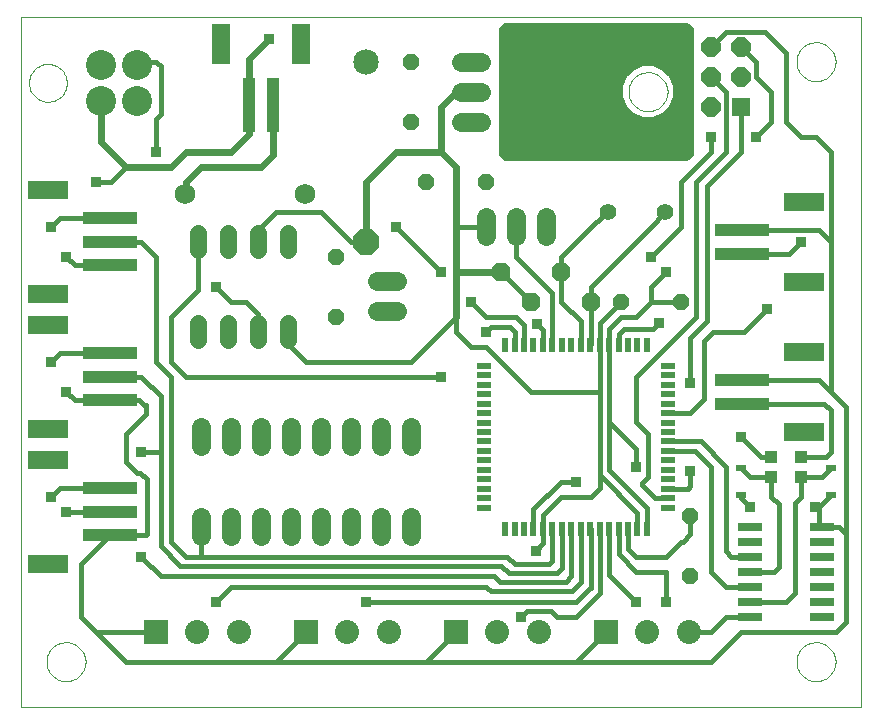
<source format=gtl>
G75*
G70*
%OFA0B0*%
%FSLAX24Y24*%
%IPPOS*%
%LPD*%
%AMOC8*
5,1,8,0,0,1.08239X$1,22.5*
%
%ADD10C,0.0000*%
%ADD11C,0.0560*%
%ADD12OC8,0.0630*%
%ADD13C,0.0680*%
%ADD14R,0.0220X0.0470*%
%ADD15R,0.0470X0.0220*%
%ADD16C,0.0560*%
%ADD17C,0.1000*%
%ADD18C,0.0640*%
%ADD19R,0.0640X0.0640*%
%ADD20OC8,0.0640*%
%ADD21C,0.0850*%
%ADD22OC8,0.0850*%
%ADD23OC8,0.0560*%
%ADD24R,0.0800X0.0800*%
%ADD25C,0.0800*%
%ADD26C,0.0622*%
%ADD27R,0.0800X0.0260*%
%ADD28R,0.0433X0.0394*%
%ADD29R,0.0327X0.0248*%
%ADD30R,0.0394X0.1811*%
%ADD31R,0.0630X0.1339*%
%ADD32R,0.1811X0.0394*%
%ADD33R,0.1339X0.0630*%
%ADD34C,0.0160*%
%ADD35R,0.0360X0.0360*%
%ADD36C,0.0240*%
%ADD37C,0.0120*%
D10*
X000101Y000343D02*
X000101Y023343D01*
X028101Y023343D01*
X028101Y000343D01*
X000101Y000343D01*
X000951Y001843D02*
X000953Y001893D01*
X000959Y001943D01*
X000969Y001993D01*
X000982Y002041D01*
X000999Y002089D01*
X001020Y002135D01*
X001044Y002179D01*
X001072Y002221D01*
X001103Y002261D01*
X001137Y002298D01*
X001174Y002333D01*
X001213Y002364D01*
X001254Y002393D01*
X001298Y002418D01*
X001344Y002440D01*
X001391Y002458D01*
X001439Y002472D01*
X001488Y002483D01*
X001538Y002490D01*
X001588Y002493D01*
X001639Y002492D01*
X001689Y002487D01*
X001739Y002478D01*
X001787Y002466D01*
X001835Y002449D01*
X001881Y002429D01*
X001926Y002406D01*
X001969Y002379D01*
X002009Y002349D01*
X002047Y002316D01*
X002082Y002280D01*
X002115Y002241D01*
X002144Y002200D01*
X002170Y002157D01*
X002193Y002112D01*
X002212Y002065D01*
X002227Y002017D01*
X002239Y001968D01*
X002247Y001918D01*
X002251Y001868D01*
X002251Y001818D01*
X002247Y001768D01*
X002239Y001718D01*
X002227Y001669D01*
X002212Y001621D01*
X002193Y001574D01*
X002170Y001529D01*
X002144Y001486D01*
X002115Y001445D01*
X002082Y001406D01*
X002047Y001370D01*
X002009Y001337D01*
X001969Y001307D01*
X001926Y001280D01*
X001881Y001257D01*
X001835Y001237D01*
X001787Y001220D01*
X001739Y001208D01*
X001689Y001199D01*
X001639Y001194D01*
X001588Y001193D01*
X001538Y001196D01*
X001488Y001203D01*
X001439Y001214D01*
X001391Y001228D01*
X001344Y001246D01*
X001298Y001268D01*
X001254Y001293D01*
X001213Y001322D01*
X001174Y001353D01*
X001137Y001388D01*
X001103Y001425D01*
X001072Y001465D01*
X001044Y001507D01*
X001020Y001551D01*
X000999Y001597D01*
X000982Y001645D01*
X000969Y001693D01*
X000959Y001743D01*
X000953Y001793D01*
X000951Y001843D01*
X020351Y020843D02*
X020353Y020893D01*
X020359Y020943D01*
X020369Y020993D01*
X020382Y021041D01*
X020399Y021089D01*
X020420Y021135D01*
X020444Y021179D01*
X020472Y021221D01*
X020503Y021261D01*
X020537Y021298D01*
X020574Y021333D01*
X020613Y021364D01*
X020654Y021393D01*
X020698Y021418D01*
X020744Y021440D01*
X020791Y021458D01*
X020839Y021472D01*
X020888Y021483D01*
X020938Y021490D01*
X020988Y021493D01*
X021039Y021492D01*
X021089Y021487D01*
X021139Y021478D01*
X021187Y021466D01*
X021235Y021449D01*
X021281Y021429D01*
X021326Y021406D01*
X021369Y021379D01*
X021409Y021349D01*
X021447Y021316D01*
X021482Y021280D01*
X021515Y021241D01*
X021544Y021200D01*
X021570Y021157D01*
X021593Y021112D01*
X021612Y021065D01*
X021627Y021017D01*
X021639Y020968D01*
X021647Y020918D01*
X021651Y020868D01*
X021651Y020818D01*
X021647Y020768D01*
X021639Y020718D01*
X021627Y020669D01*
X021612Y020621D01*
X021593Y020574D01*
X021570Y020529D01*
X021544Y020486D01*
X021515Y020445D01*
X021482Y020406D01*
X021447Y020370D01*
X021409Y020337D01*
X021369Y020307D01*
X021326Y020280D01*
X021281Y020257D01*
X021235Y020237D01*
X021187Y020220D01*
X021139Y020208D01*
X021089Y020199D01*
X021039Y020194D01*
X020988Y020193D01*
X020938Y020196D01*
X020888Y020203D01*
X020839Y020214D01*
X020791Y020228D01*
X020744Y020246D01*
X020698Y020268D01*
X020654Y020293D01*
X020613Y020322D01*
X020574Y020353D01*
X020537Y020388D01*
X020503Y020425D01*
X020472Y020465D01*
X020444Y020507D01*
X020420Y020551D01*
X020399Y020597D01*
X020382Y020645D01*
X020369Y020693D01*
X020359Y020743D01*
X020353Y020793D01*
X020351Y020843D01*
X025951Y021843D02*
X025953Y021893D01*
X025959Y021943D01*
X025969Y021993D01*
X025982Y022041D01*
X025999Y022089D01*
X026020Y022135D01*
X026044Y022179D01*
X026072Y022221D01*
X026103Y022261D01*
X026137Y022298D01*
X026174Y022333D01*
X026213Y022364D01*
X026254Y022393D01*
X026298Y022418D01*
X026344Y022440D01*
X026391Y022458D01*
X026439Y022472D01*
X026488Y022483D01*
X026538Y022490D01*
X026588Y022493D01*
X026639Y022492D01*
X026689Y022487D01*
X026739Y022478D01*
X026787Y022466D01*
X026835Y022449D01*
X026881Y022429D01*
X026926Y022406D01*
X026969Y022379D01*
X027009Y022349D01*
X027047Y022316D01*
X027082Y022280D01*
X027115Y022241D01*
X027144Y022200D01*
X027170Y022157D01*
X027193Y022112D01*
X027212Y022065D01*
X027227Y022017D01*
X027239Y021968D01*
X027247Y021918D01*
X027251Y021868D01*
X027251Y021818D01*
X027247Y021768D01*
X027239Y021718D01*
X027227Y021669D01*
X027212Y021621D01*
X027193Y021574D01*
X027170Y021529D01*
X027144Y021486D01*
X027115Y021445D01*
X027082Y021406D01*
X027047Y021370D01*
X027009Y021337D01*
X026969Y021307D01*
X026926Y021280D01*
X026881Y021257D01*
X026835Y021237D01*
X026787Y021220D01*
X026739Y021208D01*
X026689Y021199D01*
X026639Y021194D01*
X026588Y021193D01*
X026538Y021196D01*
X026488Y021203D01*
X026439Y021214D01*
X026391Y021228D01*
X026344Y021246D01*
X026298Y021268D01*
X026254Y021293D01*
X026213Y021322D01*
X026174Y021353D01*
X026137Y021388D01*
X026103Y021425D01*
X026072Y021465D01*
X026044Y021507D01*
X026020Y021551D01*
X025999Y021597D01*
X025982Y021645D01*
X025969Y021693D01*
X025959Y021743D01*
X025953Y021793D01*
X025951Y021843D01*
X025951Y001843D02*
X025953Y001893D01*
X025959Y001943D01*
X025969Y001993D01*
X025982Y002041D01*
X025999Y002089D01*
X026020Y002135D01*
X026044Y002179D01*
X026072Y002221D01*
X026103Y002261D01*
X026137Y002298D01*
X026174Y002333D01*
X026213Y002364D01*
X026254Y002393D01*
X026298Y002418D01*
X026344Y002440D01*
X026391Y002458D01*
X026439Y002472D01*
X026488Y002483D01*
X026538Y002490D01*
X026588Y002493D01*
X026639Y002492D01*
X026689Y002487D01*
X026739Y002478D01*
X026787Y002466D01*
X026835Y002449D01*
X026881Y002429D01*
X026926Y002406D01*
X026969Y002379D01*
X027009Y002349D01*
X027047Y002316D01*
X027082Y002280D01*
X027115Y002241D01*
X027144Y002200D01*
X027170Y002157D01*
X027193Y002112D01*
X027212Y002065D01*
X027227Y002017D01*
X027239Y001968D01*
X027247Y001918D01*
X027251Y001868D01*
X027251Y001818D01*
X027247Y001768D01*
X027239Y001718D01*
X027227Y001669D01*
X027212Y001621D01*
X027193Y001574D01*
X027170Y001529D01*
X027144Y001486D01*
X027115Y001445D01*
X027082Y001406D01*
X027047Y001370D01*
X027009Y001337D01*
X026969Y001307D01*
X026926Y001280D01*
X026881Y001257D01*
X026835Y001237D01*
X026787Y001220D01*
X026739Y001208D01*
X026689Y001199D01*
X026639Y001194D01*
X026588Y001193D01*
X026538Y001196D01*
X026488Y001203D01*
X026439Y001214D01*
X026391Y001228D01*
X026344Y001246D01*
X026298Y001268D01*
X026254Y001293D01*
X026213Y001322D01*
X026174Y001353D01*
X026137Y001388D01*
X026103Y001425D01*
X026072Y001465D01*
X026044Y001507D01*
X026020Y001551D01*
X025999Y001597D01*
X025982Y001645D01*
X025969Y001693D01*
X025959Y001743D01*
X025953Y001793D01*
X025951Y001843D01*
X000368Y021140D02*
X000370Y021190D01*
X000376Y021240D01*
X000386Y021289D01*
X000400Y021337D01*
X000417Y021384D01*
X000438Y021429D01*
X000463Y021473D01*
X000491Y021514D01*
X000523Y021553D01*
X000557Y021590D01*
X000594Y021624D01*
X000634Y021654D01*
X000676Y021681D01*
X000720Y021705D01*
X000766Y021726D01*
X000813Y021742D01*
X000861Y021755D01*
X000911Y021764D01*
X000960Y021769D01*
X001011Y021770D01*
X001061Y021767D01*
X001110Y021760D01*
X001159Y021749D01*
X001207Y021734D01*
X001253Y021716D01*
X001298Y021694D01*
X001341Y021668D01*
X001382Y021639D01*
X001421Y021607D01*
X001457Y021572D01*
X001489Y021534D01*
X001519Y021494D01*
X001546Y021451D01*
X001569Y021407D01*
X001588Y021361D01*
X001604Y021313D01*
X001616Y021264D01*
X001624Y021215D01*
X001628Y021165D01*
X001628Y021115D01*
X001624Y021065D01*
X001616Y021016D01*
X001604Y020967D01*
X001588Y020919D01*
X001569Y020873D01*
X001546Y020829D01*
X001519Y020786D01*
X001489Y020746D01*
X001457Y020708D01*
X001421Y020673D01*
X001382Y020641D01*
X001341Y020612D01*
X001298Y020586D01*
X001253Y020564D01*
X001207Y020546D01*
X001159Y020531D01*
X001110Y020520D01*
X001061Y020513D01*
X001011Y020510D01*
X000960Y020511D01*
X000911Y020516D01*
X000861Y020525D01*
X000813Y020538D01*
X000766Y020554D01*
X000720Y020575D01*
X000676Y020599D01*
X000634Y020626D01*
X000594Y020656D01*
X000557Y020690D01*
X000523Y020727D01*
X000491Y020766D01*
X000463Y020807D01*
X000438Y020851D01*
X000417Y020896D01*
X000400Y020943D01*
X000386Y020991D01*
X000376Y021040D01*
X000370Y021090D01*
X000368Y021140D01*
D11*
X019651Y016843D03*
X021551Y016843D03*
D12*
X019101Y013843D03*
X018101Y014843D03*
X017101Y013843D03*
X016101Y014843D03*
D13*
X009551Y017443D03*
X005551Y017443D03*
D14*
X016239Y012414D03*
X016554Y012414D03*
X016869Y012414D03*
X017183Y012414D03*
X017498Y012414D03*
X017813Y012414D03*
X018128Y012414D03*
X018443Y012414D03*
X018758Y012414D03*
X019073Y012414D03*
X019388Y012414D03*
X019703Y012414D03*
X020018Y012414D03*
X020333Y012414D03*
X020648Y012414D03*
X020963Y012414D03*
X020963Y006272D03*
X020648Y006272D03*
X020333Y006272D03*
X020018Y006272D03*
X019703Y006272D03*
X019388Y006272D03*
X019073Y006272D03*
X018758Y006272D03*
X018443Y006272D03*
X018128Y006272D03*
X017813Y006272D03*
X017498Y006272D03*
X017183Y006272D03*
X016869Y006272D03*
X016554Y006272D03*
X016239Y006272D03*
D15*
X015530Y006980D03*
X015530Y007295D03*
X015530Y007610D03*
X015530Y007925D03*
X015530Y008240D03*
X015530Y008555D03*
X015530Y008870D03*
X015530Y009185D03*
X015530Y009500D03*
X015530Y009815D03*
X015530Y010130D03*
X015530Y010445D03*
X015530Y010760D03*
X015530Y011075D03*
X015530Y011390D03*
X015530Y011705D03*
X021672Y011705D03*
X021672Y011390D03*
X021672Y011075D03*
X021672Y010760D03*
X021672Y010445D03*
X021672Y010130D03*
X021672Y009815D03*
X021672Y009500D03*
X021672Y009185D03*
X021672Y008870D03*
X021672Y008555D03*
X021672Y008240D03*
X021672Y007925D03*
X021672Y007610D03*
X021672Y007295D03*
X021672Y006980D03*
D16*
X009001Y012563D02*
X009001Y013123D01*
X008001Y013123D02*
X008001Y012563D01*
X007001Y012563D02*
X007001Y013123D01*
X006001Y013123D02*
X006001Y012563D01*
X006001Y015563D02*
X006001Y016123D01*
X007001Y016123D02*
X007001Y015563D01*
X008001Y015563D02*
X008001Y016123D01*
X009001Y016123D02*
X009001Y015563D01*
D17*
X003951Y020549D03*
X002770Y020549D03*
X002770Y021730D03*
X003951Y021730D03*
D18*
X011981Y014543D02*
X012621Y014543D01*
X012621Y013543D02*
X011981Y013543D01*
X015601Y016023D02*
X015601Y016663D01*
X016601Y016663D02*
X016601Y016023D01*
X017601Y016023D02*
X017601Y016663D01*
X015421Y019843D02*
X014781Y019843D01*
X014781Y020843D02*
X015421Y020843D01*
X015421Y021843D02*
X014781Y021843D01*
D19*
X024101Y020343D03*
D20*
X023101Y020343D03*
X023101Y021343D03*
X024101Y021343D03*
X024101Y022343D03*
X023101Y022343D03*
D21*
X011601Y021843D03*
D22*
X011601Y015843D03*
D23*
X010601Y015343D03*
X010601Y013343D03*
X013601Y017843D03*
X015601Y017843D03*
X013101Y019843D03*
X013101Y021843D03*
X020101Y013843D03*
X022101Y013843D03*
X022401Y006693D03*
X022401Y004693D03*
D24*
X019601Y002843D03*
X014601Y002843D03*
X009601Y002843D03*
X004601Y002843D03*
D25*
X005979Y002843D03*
X007357Y002843D03*
X010979Y002843D03*
X012357Y002843D03*
X015979Y002843D03*
X017357Y002843D03*
X020979Y002843D03*
X022357Y002843D03*
D26*
X013101Y006032D02*
X013101Y006654D01*
X012101Y006654D02*
X012101Y006032D01*
X011101Y006032D02*
X011101Y006654D01*
X010101Y006654D02*
X010101Y006032D01*
X009101Y006032D02*
X009101Y006654D01*
X008101Y006654D02*
X008101Y006032D01*
X007101Y006032D02*
X007101Y006654D01*
X006101Y006654D02*
X006101Y006032D01*
X006101Y009032D02*
X006101Y009654D01*
X007101Y009654D02*
X007101Y009032D01*
X008101Y009032D02*
X008101Y009654D01*
X009101Y009654D02*
X009101Y009032D01*
X010101Y009032D02*
X010101Y009654D01*
X011101Y009654D02*
X011101Y009032D01*
X012101Y009032D02*
X012101Y009654D01*
X013101Y009654D02*
X013101Y009032D01*
D27*
X024391Y006343D03*
X024391Y005843D03*
X024391Y005343D03*
X024391Y004843D03*
X024391Y004343D03*
X024391Y003843D03*
X024391Y003343D03*
X026811Y003343D03*
X026811Y003843D03*
X026811Y004343D03*
X026811Y004843D03*
X026811Y005343D03*
X026811Y005843D03*
X026811Y006343D03*
D28*
X026101Y008008D03*
X026101Y008677D03*
X025101Y008677D03*
X025101Y008008D03*
D29*
X024101Y008295D03*
X024101Y007390D03*
X027101Y007390D03*
X027101Y008295D03*
D30*
X008494Y020386D03*
X007707Y020386D03*
D31*
X006762Y022433D03*
X009439Y022433D03*
D32*
X003057Y016630D03*
X003057Y015843D03*
X003057Y015055D03*
X003057Y012130D03*
X003057Y011343D03*
X003057Y010555D03*
X003057Y007630D03*
X003057Y006843D03*
X003057Y006055D03*
X024144Y010449D03*
X024144Y011236D03*
X024144Y015449D03*
X024144Y016236D03*
D33*
X026191Y017181D03*
X026191Y014504D03*
X026191Y012181D03*
X026191Y009504D03*
X001010Y009610D03*
X001010Y008575D03*
X001010Y005110D03*
X001010Y013075D03*
X001010Y014110D03*
X001010Y017575D03*
D34*
X001388Y016630D02*
X001101Y016343D01*
X001388Y016630D02*
X003057Y016630D01*
X003057Y015843D02*
X004101Y015843D01*
X004601Y015343D01*
X004601Y011843D01*
X005101Y011343D01*
X005101Y005843D01*
X005601Y005343D01*
X006101Y005343D01*
X006101Y006343D01*
X006101Y005343D02*
X016301Y005343D01*
X016551Y005093D01*
X017701Y005093D01*
X017813Y005205D01*
X017813Y006272D01*
X017498Y006272D02*
X017498Y006740D01*
X018101Y007343D01*
X019101Y007343D01*
X019388Y007630D01*
X019388Y008055D01*
X020648Y006795D01*
X020648Y006272D01*
X020333Y006272D02*
X020333Y005610D01*
X020601Y005343D01*
X021601Y005343D01*
X022101Y005843D01*
X022151Y005843D01*
X022401Y006093D01*
X022401Y006693D01*
X021672Y007295D02*
X021248Y007295D01*
X020801Y007743D01*
X020801Y007793D01*
X021001Y007993D01*
X021001Y009443D01*
X020601Y009843D01*
X020601Y011343D01*
X022601Y013343D01*
X022601Y017843D01*
X023601Y018843D01*
X023601Y020843D01*
X023101Y021343D01*
X023101Y022343D02*
X023601Y022843D01*
X024894Y022843D01*
X025601Y022136D01*
X025601Y019843D01*
X026101Y019343D01*
X026601Y019343D01*
X027101Y018843D01*
X027101Y015843D01*
X026707Y016236D01*
X024144Y016236D01*
X024144Y015449D02*
X025707Y015449D01*
X026101Y015843D01*
X027101Y015843D02*
X027101Y010843D01*
X026707Y011236D01*
X024144Y011236D01*
X024144Y010449D02*
X026876Y010449D01*
X027101Y010225D01*
X027101Y008843D01*
X026935Y008677D01*
X026101Y008677D01*
X026101Y008008D02*
X026813Y008008D01*
X027101Y008295D01*
X027101Y007390D02*
X026704Y006993D01*
X026704Y006450D01*
X026811Y006343D01*
X027351Y006343D01*
X027601Y006093D01*
X027601Y010343D01*
X027101Y010843D01*
X025101Y008677D02*
X024766Y008677D01*
X024101Y009343D01*
X024101Y008295D02*
X024388Y008008D01*
X025101Y008008D01*
X025101Y007343D01*
X025351Y007093D01*
X025351Y004993D01*
X025201Y004843D01*
X024391Y004843D01*
X024391Y005343D02*
X023781Y005343D01*
X023601Y005523D01*
X023601Y008343D01*
X022758Y009185D01*
X021672Y009185D01*
X021672Y008870D02*
X022573Y008870D01*
X023101Y008343D01*
X023101Y004843D01*
X023601Y004343D01*
X024391Y004343D01*
X024391Y003843D02*
X025601Y003843D01*
X025901Y004143D01*
X025901Y007143D01*
X026101Y007343D01*
X026101Y008008D01*
X026551Y006993D02*
X026704Y006993D01*
X027601Y006093D02*
X027601Y003163D01*
X027281Y002843D01*
X024101Y002843D01*
X023101Y001843D01*
X018601Y001843D01*
X013601Y001843D01*
X008601Y001843D01*
X003601Y001843D01*
X002601Y002843D01*
X002101Y003343D01*
X002101Y005099D01*
X003057Y006055D01*
X004263Y006055D01*
X004301Y006093D01*
X004301Y007919D01*
X004077Y008143D01*
X003951Y008143D01*
X003601Y008493D01*
X003601Y009443D01*
X004251Y010093D01*
X004251Y010343D01*
X004038Y010555D01*
X003057Y010555D01*
X001888Y010555D01*
X001601Y010843D01*
X001101Y011843D02*
X001388Y012130D01*
X003057Y012130D01*
X003057Y011343D02*
X004101Y011343D01*
X004751Y010693D01*
X004751Y008843D01*
X004101Y008843D01*
X004751Y008843D02*
X004751Y005693D01*
X005401Y005043D01*
X016101Y005043D01*
X016351Y004793D01*
X017951Y004793D01*
X018128Y004970D01*
X018128Y006272D01*
X018443Y006272D02*
X018443Y004685D01*
X018251Y004493D01*
X016051Y004493D01*
X015851Y004693D01*
X004751Y004693D01*
X004101Y005343D01*
X003057Y006843D02*
X001601Y006843D01*
X001101Y007343D02*
X001388Y007630D01*
X003057Y007630D01*
X004251Y010343D02*
X004251Y010393D01*
X005601Y011343D02*
X014101Y011343D01*
X013101Y011843D02*
X014601Y013343D01*
X014601Y012843D01*
X015101Y012343D01*
X015601Y012343D01*
X017101Y010843D01*
X019388Y010843D01*
X019388Y012414D01*
X019388Y013130D01*
X020101Y013843D01*
X020101Y013343D02*
X020601Y013343D01*
X021101Y013843D01*
X021101Y014343D01*
X021601Y014843D01*
X021101Y015343D02*
X022101Y016343D01*
X022101Y017843D01*
X023101Y018843D01*
X023101Y019343D01*
X024101Y018843D02*
X022951Y017693D01*
X022951Y013193D01*
X022401Y012643D01*
X022401Y011143D01*
X022851Y010593D02*
X022851Y012543D01*
X023151Y012843D01*
X024201Y012843D01*
X024951Y013593D01*
X022101Y013843D02*
X021101Y013843D01*
X021351Y013143D02*
X021151Y012943D01*
X020201Y012943D01*
X020018Y012760D01*
X020018Y012414D01*
X019703Y012414D02*
X019703Y009843D01*
X020601Y008945D01*
X020601Y008343D01*
X019703Y008240D02*
X020963Y006980D01*
X020963Y006272D01*
X020018Y006272D02*
X020018Y005425D01*
X020601Y004843D01*
X021601Y004843D01*
X021601Y003843D01*
X020601Y003843D02*
X019703Y004740D01*
X019703Y006272D01*
X019388Y006272D02*
X019388Y004130D01*
X018601Y003343D01*
X017951Y003343D01*
X017751Y003543D01*
X016951Y003543D01*
X016751Y003343D01*
X015751Y004193D02*
X015601Y004343D01*
X007101Y004343D01*
X006601Y003843D01*
X004601Y002843D02*
X002601Y002843D01*
X008601Y001843D02*
X009601Y002843D01*
X011601Y003843D02*
X018601Y003843D01*
X019051Y004293D01*
X019101Y004293D01*
X019101Y006272D01*
X019073Y006272D01*
X018758Y006272D02*
X018758Y004500D01*
X018451Y004193D01*
X015751Y004193D01*
X017251Y005543D02*
X017498Y005790D01*
X017498Y006272D01*
X017183Y006272D02*
X017183Y006925D01*
X018101Y007843D01*
X018601Y007843D01*
X019388Y008055D02*
X019388Y010843D01*
X019703Y009843D02*
X019703Y008240D01*
X021672Y007610D02*
X022319Y007610D01*
X022401Y007693D01*
X022401Y008193D01*
X024101Y007390D02*
X024101Y007293D01*
X024401Y006993D01*
X022388Y010130D02*
X021672Y010130D01*
X022388Y010130D02*
X022851Y010593D01*
X019703Y012414D02*
X019703Y012945D01*
X020101Y013343D01*
X019101Y013843D02*
X019101Y014343D01*
X021051Y016293D01*
X021551Y016843D01*
X019651Y016843D02*
X019151Y016393D01*
X018101Y015343D01*
X018101Y014843D01*
X018101Y013843D01*
X018758Y013185D01*
X018758Y012414D01*
X019073Y012414D02*
X019101Y012441D01*
X019101Y013843D01*
X017813Y014130D02*
X016601Y015343D01*
X016601Y016343D01*
X015601Y016343D02*
X014601Y016343D01*
X014101Y014843D02*
X012601Y016343D01*
X011601Y015843D02*
X011101Y015843D01*
X010101Y016843D01*
X008601Y016843D01*
X008101Y016343D01*
X008101Y015943D01*
X008001Y015843D01*
X006601Y014343D02*
X007101Y013843D01*
X007601Y013843D01*
X008001Y013443D01*
X008001Y012843D01*
X009001Y012843D02*
X009001Y012443D01*
X009601Y011843D01*
X013101Y011843D01*
X015601Y012843D02*
X015751Y012993D01*
X016401Y012993D01*
X016554Y012840D01*
X016554Y012414D01*
X016869Y012414D02*
X016869Y013075D01*
X016601Y013343D01*
X015601Y013343D01*
X015101Y013843D01*
X016101Y014843D02*
X017101Y013843D01*
X017813Y014130D02*
X017813Y012414D01*
X017498Y012414D02*
X017498Y012895D01*
X017301Y013093D01*
X024101Y018843D02*
X024101Y020343D01*
X024601Y021343D02*
X024601Y021843D01*
X024101Y022343D01*
X024601Y021343D02*
X025101Y020843D01*
X025101Y019843D01*
X024601Y019343D01*
X006001Y015843D02*
X006001Y014243D01*
X005101Y013343D01*
X005101Y011843D01*
X005601Y011343D01*
X003057Y015055D02*
X001888Y015055D01*
X001601Y015343D01*
X002601Y017843D02*
X003101Y017843D01*
X003601Y018343D01*
X004601Y018843D02*
X004601Y019943D01*
X004751Y020093D01*
X004751Y021693D01*
X004601Y021843D01*
X004063Y021843D01*
X003951Y021730D01*
X023101Y002843D02*
X023601Y003343D01*
X024391Y003343D01*
X023101Y002843D02*
X022357Y002843D01*
X019601Y002843D02*
X018601Y001843D01*
X014601Y002843D02*
X013601Y001843D01*
D35*
X011601Y003843D03*
X006601Y003843D03*
X004101Y005343D03*
X001601Y006843D03*
X001101Y007343D03*
X004101Y008843D03*
X001601Y010843D03*
X001101Y011843D03*
X001601Y015343D03*
X001101Y016343D03*
X002601Y017843D03*
X004601Y018843D03*
X008351Y022593D03*
X012601Y016343D03*
X014101Y014843D03*
X015101Y013843D03*
X015601Y012843D03*
X017301Y013093D03*
X014101Y011343D03*
X018601Y007843D03*
X020601Y008343D03*
X022401Y008193D03*
X024101Y009343D03*
X022401Y011143D03*
X021351Y013143D03*
X021601Y014843D03*
X021101Y015343D03*
X024951Y013593D03*
X026101Y015843D03*
X024601Y019343D03*
X023101Y019343D03*
X024401Y006993D03*
X026551Y006993D03*
X021601Y003843D03*
X020601Y003843D03*
X017251Y005543D03*
X016751Y003343D03*
X006601Y014343D03*
D36*
X005601Y017393D02*
X005601Y017843D01*
X006101Y018343D01*
X008101Y018343D01*
X008494Y018736D01*
X008494Y020386D01*
X007707Y020386D02*
X007707Y019449D01*
X007101Y018843D01*
X005601Y018843D01*
X005101Y018343D01*
X003601Y018343D01*
X002770Y019174D01*
X002770Y020549D01*
X007707Y020386D02*
X007707Y021949D01*
X008351Y022593D01*
X012601Y018843D02*
X014101Y018843D01*
X014601Y018343D01*
X014601Y016343D01*
X014601Y014843D01*
X014601Y013343D01*
X014601Y014843D02*
X016101Y014843D01*
X011601Y015843D02*
X011601Y017843D01*
X012601Y018843D01*
X014101Y018843D02*
X014101Y020343D01*
X014601Y020843D01*
X015101Y020843D01*
D37*
X016101Y020851D02*
X020091Y020851D01*
X020091Y020969D02*
X016101Y020969D01*
X016101Y021088D02*
X020117Y021088D01*
X020091Y021024D02*
X020091Y020662D01*
X020229Y020327D01*
X020485Y020071D01*
X020820Y019933D01*
X021182Y019933D01*
X021516Y020071D01*
X021772Y020327D01*
X021911Y020662D01*
X021911Y021024D01*
X021772Y021358D01*
X021516Y021614D01*
X021182Y021753D01*
X020820Y021753D01*
X020485Y021614D01*
X020229Y021358D01*
X020091Y021024D01*
X020166Y021206D02*
X016101Y021206D01*
X016101Y021325D02*
X020216Y021325D01*
X020315Y021443D02*
X016101Y021443D01*
X016101Y021562D02*
X020433Y021562D01*
X020646Y021680D02*
X016101Y021680D01*
X016101Y021799D02*
X022451Y021799D01*
X022451Y021918D02*
X016101Y021918D01*
X016101Y022036D02*
X022451Y022036D01*
X022451Y022155D02*
X016101Y022155D01*
X016101Y022273D02*
X022451Y022273D01*
X022451Y022392D02*
X016101Y022392D01*
X016101Y022510D02*
X022451Y022510D01*
X022451Y022629D02*
X016101Y022629D01*
X016101Y022747D02*
X022451Y022747D01*
X022451Y022866D02*
X016101Y022866D01*
X016101Y022943D02*
X016241Y023083D01*
X022311Y023083D01*
X022451Y022943D01*
X022451Y018743D01*
X022301Y018593D01*
X016251Y018593D01*
X016101Y018743D01*
X016101Y022943D01*
X016143Y022984D02*
X022409Y022984D01*
X022451Y021680D02*
X021356Y021680D01*
X021568Y021562D02*
X022451Y021562D01*
X022451Y021443D02*
X021687Y021443D01*
X021786Y021325D02*
X022451Y021325D01*
X022451Y021206D02*
X021835Y021206D01*
X021884Y021088D02*
X022451Y021088D01*
X022451Y020969D02*
X021911Y020969D01*
X021911Y020851D02*
X022451Y020851D01*
X022451Y020732D02*
X021911Y020732D01*
X021891Y020614D02*
X022451Y020614D01*
X022451Y020495D02*
X021842Y020495D01*
X021793Y020376D02*
X022451Y020376D01*
X022451Y020258D02*
X021703Y020258D01*
X021584Y020139D02*
X022451Y020139D01*
X022451Y020021D02*
X021395Y020021D01*
X020607Y020021D02*
X016101Y020021D01*
X016101Y020139D02*
X020417Y020139D01*
X020299Y020258D02*
X016101Y020258D01*
X016101Y020376D02*
X020209Y020376D01*
X020160Y020495D02*
X016101Y020495D01*
X016101Y020614D02*
X020111Y020614D01*
X020091Y020732D02*
X016101Y020732D01*
X016101Y019902D02*
X022451Y019902D01*
X022451Y019784D02*
X016101Y019784D01*
X016101Y019665D02*
X022451Y019665D01*
X022451Y019547D02*
X016101Y019547D01*
X016101Y019428D02*
X022451Y019428D01*
X022451Y019310D02*
X016101Y019310D01*
X016101Y019191D02*
X022451Y019191D01*
X022451Y019073D02*
X016101Y019073D01*
X016101Y018954D02*
X022451Y018954D01*
X022451Y018835D02*
X016101Y018835D01*
X016127Y018717D02*
X022425Y018717D01*
X022306Y018598D02*
X016245Y018598D01*
M02*

</source>
